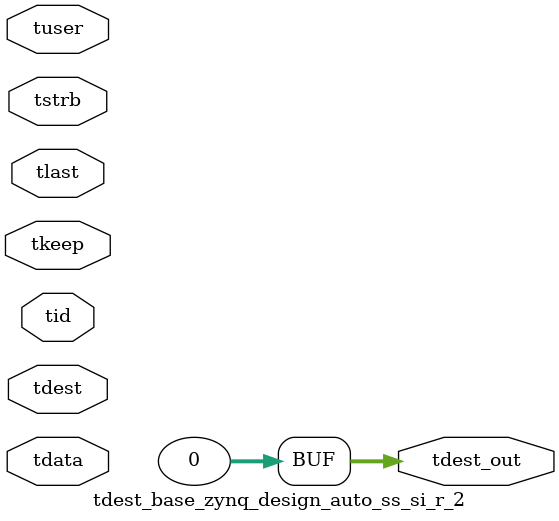
<source format=v>


`timescale 1ps/1ps

module tdest_base_zynq_design_auto_ss_si_r_2 #
(
parameter C_S_AXIS_TDATA_WIDTH = 32,
parameter C_S_AXIS_TUSER_WIDTH = 0,
parameter C_S_AXIS_TID_WIDTH   = 0,
parameter C_S_AXIS_TDEST_WIDTH = 0,
parameter C_M_AXIS_TDEST_WIDTH = 32
)
(
input  [(C_S_AXIS_TDATA_WIDTH == 0 ? 1 : C_S_AXIS_TDATA_WIDTH)-1:0     ] tdata,
input  [(C_S_AXIS_TUSER_WIDTH == 0 ? 1 : C_S_AXIS_TUSER_WIDTH)-1:0     ] tuser,
input  [(C_S_AXIS_TID_WIDTH   == 0 ? 1 : C_S_AXIS_TID_WIDTH)-1:0       ] tid,
input  [(C_S_AXIS_TDEST_WIDTH == 0 ? 1 : C_S_AXIS_TDEST_WIDTH)-1:0     ] tdest,
input  [(C_S_AXIS_TDATA_WIDTH/8)-1:0 ] tkeep,
input  [(C_S_AXIS_TDATA_WIDTH/8)-1:0 ] tstrb,
input                                                                    tlast,
output [C_M_AXIS_TDEST_WIDTH-1:0] tdest_out
);

assign tdest_out = {1'b0};

endmodule


</source>
